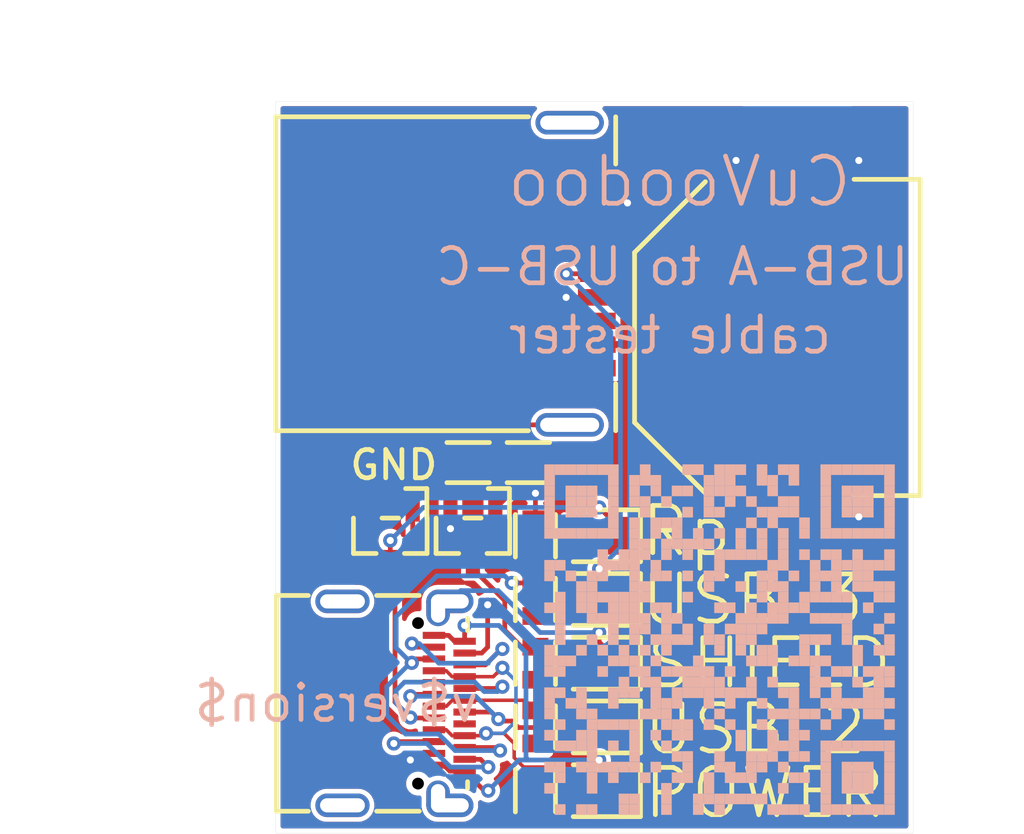
<source format=kicad_pcb>
(kicad_pcb (version 20211014) (generator pcbnew)

  (general
    (thickness 1.6)
  )

  (paper "A4")
  (title_block
    (title "USB-A to USB-C cable tester")
    (date "$date$")
    (rev "$version$.$revision$")
    (company "CuVoodoo")
    (comment 1 "King Kévin")
    (comment 2 "CERN-OHL-S")
  )

  (layers
    (0 "F.Cu" signal)
    (31 "B.Cu" signal)
    (33 "F.Adhes" user "F.Adhesive")
    (34 "B.Paste" user)
    (35 "F.Paste" user)
    (36 "B.SilkS" user "B.Silkscreen")
    (37 "F.SilkS" user "F.Silkscreen")
    (38 "B.Mask" user)
    (39 "F.Mask" user)
    (40 "Dwgs.User" user "User.Drawings")
    (44 "Edge.Cuts" user)
    (45 "Margin" user)
    (46 "B.CrtYd" user "B.Courtyard")
    (47 "F.CrtYd" user "F.Courtyard")
    (48 "B.Fab" user)
    (49 "F.Fab" user)
  )

  (setup
    (stackup
      (layer "F.SilkS" (type "Top Silk Screen"))
      (layer "F.Paste" (type "Top Solder Paste"))
      (layer "F.Mask" (type "Top Solder Mask") (thickness 0.01))
      (layer "F.Cu" (type "copper") (thickness 0.035))
      (layer "dielectric 1" (type "core") (thickness 1.51) (material "FR4") (epsilon_r 4.5) (loss_tangent 0.02))
      (layer "B.Cu" (type "copper") (thickness 0.035))
      (layer "B.Mask" (type "Bottom Solder Mask") (thickness 0.01))
      (layer "B.Paste" (type "Bottom Solder Paste"))
      (layer "B.SilkS" (type "Bottom Silk Screen"))
      (copper_finish "None")
      (dielectric_constraints no)
    )
    (pad_to_mask_clearance 0)
    (pcbplotparams
      (layerselection 0x00010fc_ffffffff)
      (disableapertmacros false)
      (usegerberextensions false)
      (usegerberattributes true)
      (usegerberadvancedattributes true)
      (creategerberjobfile true)
      (svguseinch false)
      (svgprecision 6)
      (excludeedgelayer true)
      (plotframeref false)
      (viasonmask false)
      (mode 1)
      (useauxorigin false)
      (hpglpennumber 1)
      (hpglpenspeed 20)
      (hpglpendiameter 15.000000)
      (dxfpolygonmode true)
      (dxfimperialunits true)
      (dxfusepcbnewfont true)
      (psnegative false)
      (psa4output false)
      (plotreference true)
      (plotvalue true)
      (plotinvisibletext false)
      (sketchpadsonfab false)
      (subtractmaskfromsilk false)
      (outputformat 1)
      (mirror false)
      (drillshape 1)
      (scaleselection 1)
      (outputdirectory "")
    )
  )

  (net 0 "")
  (net 1 "VCC")
  (net 2 "GND")
  (net 3 "/PWR-")
  (net 4 "Net-(D1-Pad2)")
  (net 5 "/USB2-")
  (net 6 "Net-(D2-Pad2)")
  (net 7 "/USB3-")
  (net 8 "Net-(D3-Pad2)")
  (net 9 "Net-(D4-Pad1)")
  (net 10 "Net-(D4-Pad2)")
  (net 11 "Net-(D5-Pad2)")
  (net 12 "Net-(J1-Pad8)")
  (net 13 "Net-(J1-Pad5)")
  (net 14 "/SH-A")
  (net 15 "Net-(J2-PadA3)")
  (net 16 "/PWR+")
  (net 17 "/Rp")
  (net 18 "/USB2+")
  (net 19 "unconnected-(J2-PadA8)")
  (net 20 "/USB3+")
  (net 21 "Net-(J2-PadA11)")
  (net 22 "unconnected-(J2-PadB8)")
  (net 23 "/SH-C")
  (net 24 "Net-(Q7-Pad3)")
  (net 25 "unconnected-(J1-Pad10)")
  (net 26 "unconnected-(J2-PadS2)")
  (net 27 "unconnected-(J2-PadS4)")
  (net 28 "unconnected-(J2-PadS3)")

  (footprint "qeda:UC1608X55N" (layer "F.Cu") (at 61.3 66.4))

  (footprint "qeda:LEDC2012X80N" (layer "F.Cu") (at 64 61 -90))

  (footprint "kikit:Tab" (layer "F.Cu") (at 77.55 49.9 180))

  (footprint "qeda:CONNECTOR_XKB_U262-24XN-4BV64" (layer "F.Cu") (at 54.375 65.4 -90))

  (footprint "qeda:UC1608X55N" (layer "F.Cu") (at 58.45 55.2 -90))

  (footprint "kikit:Tab" (layer "F.Cu") (at 50 47.2))

  (footprint "qeda:LEDC2012X80N" (layer "F.Cu") (at 64 63.7 -90))

  (footprint "qeda:CONNECTOR_MY-1220-03" (layer "F.Cu") (at 71.5 49.9 -90))

  (footprint "qeda:UC1608X55N" (layer "F.Cu") (at 61.3 69.1))

  (footprint "qeda:CONNECTOR_U231-09XN-4BLRA00" (layer "F.Cu") (at 57.5 47.2 -90))

  (footprint "qeda:LEDC2012X80N" (layer "F.Cu") (at 64 69.1 -90))

  (footprint "qeda:UC1608X55N" (layer "F.Cu") (at 61.3 63.7))

  (footprint "custom:pad_A" (layer "F.Cu") (at 52 57.2))

  (footprint "qeda:UC1608X55N" (layer "F.Cu") (at 61 55.2 90))

  (footprint "qeda:SOT95P237X112-3N" (layer "F.Cu") (at 58.65 58.3 -90))

  (footprint "qeda:SOT95P237X112-3N" (layer "F.Cu") (at 55.15 58.3 -90))

  (footprint "qeda:LEDC2012X80N" (layer "F.Cu") (at 64 58.3 -90))

  (footprint "qeda:LEDC2012X80N" (layer "F.Cu") (at 64 66.4 -90))

  (footprint "qeda:UC1608X55N" (layer "F.Cu") (at 61.3 58.3))

  (footprint "qeda:UC1608X55N" (layer "F.Cu") (at 61.3 61))

  (footprint "custom:QR" (layer "B.Cu") (at 69.1 62.7 180))

  (gr_rect (start 50.3 39.9) (end 77.3 70.9) (layer "Edge.Cuts") (width 0.01) (fill none) (tstamp e110771b-8aba-42bd-84d6-617f9ea39dc4))
  (gr_text "cable tester" (at 67 49.8) (layer "B.SilkS") (tstamp 179cd2f8-9733-4954-85ff-39ca965aeee1)
    (effects (font (size 1.5 1.5) (thickness 0.2)) (justify mirror))
  )
  (gr_text "USB-A to USB-C" (at 67.1 46.9) (layer "B.SilkS") (tstamp 4d7a8855-27cb-41ec-a779-1e63df03c905)
    (effects (font (size 1.5 1.5) (thickness 0.2)) (justify mirror))
  )
  (gr_text "v$version$" (at 59 65.4) (layer "B.SilkS") (tstamp 792c4c1d-f5d1-4910-9abd-84049f176ad3)
    (effects (font (size 1.5 1.5) (thickness 0.2)) (justify left mirror))
  )
  (gr_text "CuVoodoo" (at 67.4 43.3) (layer "B.SilkS") (tstamp 8a3d6bd8-1b6d-4752-a0a8-fdb777df11ae)
    (effects (font (size 2 2) (thickness 0.2)) (justify mirror))
  )
  (gr_text "POWER" (at 71 69.2) (layer "F.SilkS") (tstamp 28d0cc7d-8de8-4b53-95ef-6dfe09ee3a59)
    (effects (font (size 2 2) (thickness 0.2)))
  )
  (gr_text "GND" (at 55.3 55.3) (layer "F.SilkS") (tstamp 34852892-c925-4f4c-a185-7e95d257c202)
    (effects (font (size 1.2 1.2) (thickness 0.2)))
  )
  (gr_text "USB 2" (at 70.6 66.5) (layer "F.SilkS") (tstamp 3859f4e5-f8f6-455c-8d1a-163e06472d32)
    (effects (font (size 2 2) (thickness 0.2)))
  )
  (gr_text "USB 3" (at 70.5 61) (layer "F.SilkS") (tstamp 4c0f3b00-6ee3-44a9-9f3c-e2b80cccfc95)
    (effects (font (size 2 2) (thickness 0.2)))
  )
  (gr_text "Rp" (at 67.7 58.1) (layer "F.SilkS") (tstamp 99fc3018-400c-48b2-8606-a82ade13f88d)
    (effects (font (size 2 2) (thickness 0.2)))
  )
  (gr_text "SHIELD" (at 71.2 63.7) (layer "F.SilkS") (tstamp aa6aed97-74af-4bcd-9533-eb1f6168cfd8)
    (effects (font (size 2 2) (thickness 0.2)))
  )
  (dimension (type aligned) (layer "F.Fab") (tstamp 0987586c-4343-480a-ae15-bc1b4632f1d3)
    (pts (xy 50.3 39.9) (xy 50.3 70.9))
    (height 5.6)
    (gr_text "31.0000 mm" (at 43.55 55.4 90) (layer "F.Fab") (tstamp 0987586c-4343-480a-ae15-bc1b4632f1d3)
      (effects (font (size 1 1) (thickness 0.15)))
    )
    (format (units 3) (units_format 1) (precision 4))
    (style (thickness 0.1) (arrow_length 1.27) (text_position_mode 0) (extension_height 0.58642) (extension_offset 0.5) keep_text_aligned)
  )
  (dimension (type aligned) (layer "F.Fab") (tstamp d235e816-7f10-40ef-931c-0cccd106ef8e)
    (pts (xy 50.3 39.9) (xy 77.3 39.9))
    (height -2.3)
    (gr_text "27.0000 mm" (at 63.8 36.45) (layer "F.Fab") (tstamp d235e816-7f10-40ef-931c-0cccd106ef8e)
      (effects (font (size 1 1) (thickness 0.15)))
    )
    (format (units 3) (units_format 1) (precision 4))
    (style (thickness 0.1) (arrow_length 1.27) (text_position_mode 0) (extension_height 0.58642) (extension_offset 0.5) keep_text_aligned)
  )

  (segment (start 72.4 42.35) (end 69.85 42.35) (width 0.2) (layer "F.Cu") (net 1) (tstamp 0ec064ea-89a2-4805-b116-c83dc8e13768))
  (segment (start 57 67.52) (end 56.28 67.52) (width 0.2) (layer "F.Cu") (net 1) (tstamp 1b8b5758-c580-4557-87a1-b6222a8116e9))
  (segment (start 57.7 58) (end 57.7 57.15) (width 0.2) (layer "F.Cu") (net 1) (tstamp 3618117b-dab2-40a7-ba43-5eb5fb4ac084))
  (segment (start 63.9 48.2) (end 62.6 48.2) (width 0.2) (layer "F.Cu") (net 1) (tstamp 3b85de12-8f5e-4ee5-baa0-b3e061d387b0))
  (segment (start 74.95 57.45) (end 75 57.5) (width 0.2) (layer "F.Cu") (net 1) (tstamp 40f41ae5-c0fa-46c5-bb56-d03490ca3c74))
  (segment (start 56.28 67.52) (end 56 67.8) (width 0.2) (layer "F.Cu") (net 1) (tstamp 6355cadd-40a2-4caa-bf46-5786df19e887))
  (segment (start 59.024022 63.27) (end 58.3 63.27) (width 0.2) (layer "F.Cu") (net 1) (tstamp 69ec6134-374d-4104-8d1d-f52100048361))
  (segment (start 63.9 44.2) (end 65.2 44.2) (width 0.2) (layer "F.Cu") (net 1) (tstamp 8b0223ce-8578-461b-8300-b85dbef8cc65))
  (segment (start 61.7 55.2) (end 61.7 56.1005) (width 0.2) (layer "F.Cu") (net 1) (tstamp 90d5053f-4a4f-482f-82d0-dbc9242f9414))
  (segment (start 74.95 42.35) (end 75 42.4) (width 0.2) (layer "F.Cu") (net 1) (tstamp 916ac31c-e257-4bf6-ab3c-881b663cb45e))
  (segment (start 61.3 57.6) (end 61.3 56.5005) (width 0.2) (layer "F.Cu") (net 1) (tstamp 9e0b6373-37a1-49ce-9330-a38e67a3ca82))
  (segment (start 59.276089 61.223911) (end 59.276089 63.017933) (width 0.2) (layer "F.Cu") (net 1) (tstamp 9e2debc8-f8b5-45d8-b683-92d0cd68a8b9))
  (segment (start 61.7 56.1005) (end 61.3 56.5005) (width 0.2) (layer "F.Cu") (net 1) (tstamp a41385bb-0811-4d82-ba34-f938f0a7549e))
  (segment (start 59.276089 63.017933) (end 59.024022 63.27) (width 0.2) (layer "F.Cu") (net 1) (tstamp b19d611f-10c6-4b82-a5fb-8b2a03084b94))
  (segment (start 72.4 57.45) (end 74.95 57.45) (width 0.2) (layer "F.Cu") (net 1) (tstamp b851d31a-dd8e-4bc1-832f-5ff796344720))
  (segment (start 69.85 42.35) (end 69.8 42.4) (width 0.2) (layer "F.Cu") (net 1) (tstamp c7981b7d-a715-4d2c-895b-cb2badb347b7))
  (segment (start 72.4 42.35) (end 74.95 42.35) (width 0.2) (layer "F.Cu") (net 1) (tstamp f5dcbef9-d186-485b-bd4f-c91f0d0e3850))
  (via (at 65.2 44.2) (size 0.6) (drill 0.3) (layers "F.Cu" "B.Cu") (net 1) (tstamp 4fa1f0af-4b89-4023-9992-28f7a0a9c009))
  (via (at 59.276089 61.223911) (size 0.6) (drill 0.3) (layers "F.Cu" "B.Cu") (net 1) (tstamp 522fea9f-551e-4434-8631-a4891a80df0c))
  (via (at 69.8 42.4) (size 0.6) (drill 0.3) (layers "F.Cu" "B.Cu") (free) (net 1) (tstamp 527aad75-89e0-49ea-9c73-e418cf7b772d))
  (via (at 75 57.5) (size 0.6) (drill 0.3) (layers "F.Cu" "B.Cu") (free) (net 1) (tstamp 5a6c3353-bd2a-461c-bfd6-749bbcb38c9f))
  (via (at 56 67.8) (size 0.6) (drill 0.3) (layers "F.Cu" "B.Cu") (net 1) (tstamp 64aed69c-80f4-4314-a1a8-c168a4b46aac))
  (via (at 57.7 58) (size 0.6) (drill 0.3) (layers "F.Cu" "B.Cu") (net 1) (tstamp cde70262-8de2-40e1-8ac2-f0f87b0935b8))
  (via (at 62.6 48.2) (size 0.6) (drill 0.3) (layers "F.Cu" "B.Cu") (net 1) (tstamp cf64a83f-fc0f-41f5-a09f-a473f2fcaeb8))
  (via (at 61.3 56.5005) (size 0.6) (drill 0.3) (layers "F.Cu" "B.Cu") (net 1) (tstamp d2cb9189-cf73-4ae4-849f-331b6c5d53fe))
  (via (at 75 42.4) (size 0.6) (drill 0.3) (layers "F.Cu" "B.Cu") (free) (net 1) (tstamp dece80db-b223-47d7-a844-ee468c4ea71a))
  (segment (start 57.87 62.77) (end 58.3 62.77) (width 0.2) (layer "F.Cu") (net 3) (tstamp 28290c71-68de-4c28-8728-ad8c7232ab45))
  (segment (start 64.9 68.7) (end 64 67.8) (width 0.2) (layer "F.Cu") (net 3) (tstamp 30d00695-2761-4e24-8335-8327aaa75002))
  (segment (start 57.62 62.52) (end 57.87 62.77) (width 0.2) (layer "F.Cu") (net 3) (tstamp 33226df9-6400-49bc-887f-48f8f75bdba5))
  (segment (start 58.3 62.77) (end 58.3 62.1) (width 0.2) (layer "F.Cu") (net 3) (tstamp 3f0c5b8a-8754-48a3-907b-6d807b9c72b0))
  (segment (start 57 62.52) (end 57.62 62.52) (width 0.2) (layer "F.Cu") (net 3) (tstamp 64c92ce1-6f9d-46f2-b7a7-1128a377480f))
  (segment (start 64.9 69.1) (end 64.9 68.7) (width 0.2) (layer "F.Cu") (net 3) (tstamp 6c9b78b1-2421-4c64-a4af-ad160cdaab73))
  (segment (start 57.42 68.02) (end 57.67 68.27) (width 0.2) (layer "F.Cu") (net 3) (tstamp 72fcd135-1384-4732-8938-e7add491d0ec))
  (segment (start 59.13 69.1) (end 58.3 68.27) (width 0.2) (layer "F.Cu") (net 3) (tstamp 9e4290f1-51d5-4f7d-81b6-76bba4400bdb))
  (segment (start 59.3 69.1) (end 59.13 69.1) (width 0.2) (layer "F.Cu") (net 3) (tstamp a8abf6e0-f867-45c8-b60c-2e28824cb312))
  (segment (start 57.67 68.27) (end 58.3 68.27) (width 0.2) (layer "F.Cu") (net 3) (tstamp edd723ed-ada5-4c33-b836-6a765deb5ab8))
  (segment (start 57 68.02) (end 57.42 68.02) (width 0.2) (layer "F.Cu") (net 3) (tstamp f595d2d8-fada-4670-85d5-7eadd6975f3a))
  (via (at 58.3 62.1) (size 0.6) (drill 0.3) (layers "F.Cu" "B.Cu") (net 3) (tstamp 61228115-c3c1-4c09-9057-e8b0ee5d5179))
  (via (at 59.3 69.1) (size 0.6) (drill 0.3) (layers "F.Cu" "B.Cu") (net 3) (tstamp 8b661746-cf2c-4a6f-956a-30db112cbceb))
  (via (at 64 67.8) (size 0.6) (drill 0.3) (layers "F.Cu" "B.Cu") (net 3) (tstamp e57c7d3f-2011-4453-ba51-7180f65ec00b))
  (segment (start 64 67.8) (end 61 67.8) (width 0.2) (layer "B.Cu") (net 3) (tstamp 03560363-6a61-4260-ad7c-0a7b18fd9387))
  (segment (start 60.9 63.247986) (end 60.9 67.7) (width 0.2) (layer "B.Cu") (net 3) (tstamp 1dc02f56-c601-4978-ad6f-99ab3cb9600d))
  (segment (start 61 67.8) (end 60.6 67.8) (width 0.2) (layer "B.Cu") (net 3) (tstamp 262efff9-07f6-4127-8dae-3449e11ab2e2))
  (segment (start 59.752014 62.1) (end 60.9 63.247986) (width 0.2) (layer "B.Cu") (net 3) (tstamp 706d331e-9990-47fa-bd71-ffef050819a7))
  (segment (start 60.9 67.7) (end 61 67.8) (width 0.2) (layer "B.Cu") (net 3) (tstamp 8870284b-bbeb-44c8-a36c-49d893d9d8fa))
  (segment (start 60.6 67.8) (end 59.3 69.1) (width 0.2) (layer "B.Cu") (net 3) (tstamp 88a0a88a-c116-4b88-8174-b1fddfa375b8))
  (segment (start 58.3 62.1) (end 59.752014 62.1) (width 0.2) (layer "B.Cu") (net 3) (tstamp 8ec74bc7-7979-4d25-bb25-1002dd3211ed))
  (segment (start 62.4 69.8) (end 63.1 69.1) (width 0.2) (layer "F.Cu") (net 4) (tstamp 06509903-9442-42f4-87a3-aa6effd51270))
  (segment (start 61.3 69.8) (end 62.4 69.8) (width 0.2) (layer "F.Cu") (net 4) (tstamp 92e5436c-8cd0-4fdc-8734-73ea33ab81b2))
  (segment (start 59.434312 65.77) (end 58.3 65.77) (width 0.2) (layer "F.Cu") (net 5) (tstamp 0fc718bd-20bf-4e09-8059-b80b256078a1))
  (segment (start 56.08 65.02) (end 56 65.1) (width 0.2) (layer "F.Cu") (net 5) (tstamp 144cb0a8-c226-41b7-b231-5a667076bcd5))
  (segment (start 62.4 65.3) (end 63.949022 65.3) (width 0.2) (layer "F.Cu") (net 5) (tstamp 39e8fab7-e3b2-483d-bee8-a812d8a861cd))
  (segment (start 62.250489 66.273533) (end 62.250489 65.449511) (width 0.2) (layer "F.Cu") (net 5) (tstamp 5b4c0919-1e6b-4e97-9192-b1bf7a7caee7))
  (segment (start 59.729808 66.065496) (end 59.81529 66.150978) (width 0.2) (layer "F.Cu") (net 5) (tstamp 6244e5a5-1887-44c1-921a-22c225f4ed75))
  (segment (start 62.098533 66.425489) (end 62.250489 66.273533) (width 0.2) (layer "F.Cu") (net 5) (tstamp 67cffd96-66e1-4f8d-a493-5f1f80ab8495))
  (segment (start 64.9 66.250978) (end 64.9 66.4) (width 0.2) (layer "F.Cu") (net 5) (tstamp 812711a1-1db5-45f9-8402-3f59cef0a66e))
  (segment (start 57 65.02) (end 56.08 65.02) (width 0.2) (layer "F.Cu") (net 5) (tstamp 81492a5c-d7b0-4e18-9355-4604ecdbffbc))
  (segment (start 59.81529 66.150978) (end 60.3 66.150978) (width 0.2) (layer "F.Cu") (net 5) (tstamp b09ed1ab-bd78-457e-b690-5a269a22f9e2))
  (segment (start 62.250489 65.449511) (end 62.4 65.3) (width 0.2) (layer "F.Cu") (net 5) (tstamp b99c66e4-fe49-46ab-8449-b9ad6b94dbfc))
  (segment (start 60.3 66.150978) (end 60.574511 66.425489) (width 0.2) (layer "F.Cu") (net 5) (tstamp e95a020f-b884-4c3e-9086-4b4235ac5ec8))
  (segment (start 63.949022 65.3) (end 64.9 66.250978) (width 0.2) (layer "F.Cu") (net 5) (tstamp edc3baf0-16d6-4606-a34e-1ccbcaa52ab8))
  (segment (start 60.574511 66.425489) (end 62.098533 66.425489) (width 0.2) (layer "F.Cu") (net 5) (tstamp f141967a-c0ab-4b1e-ad40-f448b7f7d947))
  (segment (start 59.729808 66.065496) (end 59.434312 65.77) (width 0.2) (layer "F.Cu") (net 5) (tstamp fee3ca4b-a214-46b3-9cb4-84f213190977))
  (via (at 59.729808 66.065496) (size 0.6) (drill 0.3) (layers "F.Cu" "B.Cu") (net 5) (tstamp d16c3a18-cdc1-4179-9758-b39f74001ef6))
  (via (at 56 65.1) (size 0.6) (drill 0.3) (layers "F.Cu" "B.Cu") (net 5) (tstamp dead273e-4cd2-49fd-9279-ca8452283aec))
  (segment (start 59.729808 66.065496) (end 58.764312 65.1) (width 0.2) (layer "B.Cu") (net 5) (tstamp 6d43aa55-7c83-46a6-a197-3d6b71417ad4))
  (segment (start 58.764312 65.1) (end 56 65.1) (width 0.2) (layer "B.Cu") (net 5) (tstamp 82f2ee27-d41f-4f1d-b6c2-4795bb7b85de))
  (segment (start 62.4 67.1) (end 63.1 66.4) (width 0.2) (layer "F.Cu") (net 6) (tstamp c360a504-90a0-4d4b-be27-6c560537bcf3))
  (segment (start 61.3 67.1) (end 62.4 67.1) (width 0.2) (layer "F.Cu") (net 6) (tstamp e1eee509-ea3d-4376-92ce-6543c57e18f5))
  (segment (start 63.9 47.2) (end 62.6 47.2) (width 0.2) (layer "F.Cu") (net 7) (tstamp 082efa80-21ad-47b6-93ac-219b6d5d19ec))
  (segment (start 64 60.1) (end 64.9 61) (width 0.2) (layer "F.Cu") (net 7) (tstamp 0982c320-41d0-4282-82c8-c03c9c5254d1))
  (segment (start 64 59.7) (end 64 60.1) (width 0.2) (layer "F.Cu") (net 7) (tstamp 7ec8cb36-5a02-42fc-82ee-8cb2604766dd))
  (via (at 64 59.7) (size 0.6) (drill 0.3) (layers "F.Cu" "B.Cu") (net 7) (tstamp 63ceaa7b-3446-4530-808d-5bd8a9a9b270))
  (via (at 62.6 47.2) (size 0.6) (drill 0.3) (layers "F.Cu" "B.Cu") (net 7) (tstamp fed793c4-5920-4faa-8924-fb809828384f))
  (segment (start 64.900489 58.799511) (end 64.900489 49.500489) (width 0.2) (layer "B.Cu") (net 7) (tstamp 0d169fdd-0647-4144-b48a-f330c5b6aead))
  (segment (start 64 59.7) (end 64.900489 58.799511) (width 0.2) (layer "B.Cu") (net 7) (tstamp 4d411035-f8e7-4ab1-bccf-bb9ceced5881))
  (segment (start 64.900489 49.500489) (end 62.6 47.2) (width 0.2) (layer "B.Cu") (net 7) (tstamp 812beb1f-4872-4838-806c-81ab5e558f5f))
  (segment (start 62.4 61.7) (end 63.1 61) (width 0.2) (layer "F.Cu") (net 8) (tstamp 2d65021b-1d2c-4c04-b724-b366f1e833cf))
  (segment (start 61.3 61.7) (end 62.4 61.7) (width 0.2) (layer "F.Cu") (net 8) (tstamp 33696b01-17e0-42f4-97e2-ea740f87064e))
  (segment (start 55.15 58.5) (end 55.15 59.45) (width 0.2) (layer "F.Cu") (net 9) (tstamp 3c14ee8f-9a4f-46ea-afdb-aa9a9b7bf048))
  (segment (start 64.9 58) (end 64 57.1) (width 0.2) (layer "F.Cu") (net 9) (tstamp 7c7ab7b4-5070-4ed7-9886-e339d46c25fb))
  (segment (start 64.9 58.3) (end 64.9 58) (width 0.2) (layer "F.Cu") (net 9) (tstamp c19515e2-da46-48cf-938f-85c3f081425e))
  (via (at 64 57.1) (size 0.6) (drill 0.3) (layers "F.Cu" "B.Cu") (net 9) (tstamp 3af5ac5c-4cd6-4c08-91d9-7786621392e8))
  (via (at 55.15 58.5) (size 0.6) (drill 0.3) (layers "F.Cu" "B.Cu") (net 9) (tstamp ae2c0a70-2378-43ca-8685-04fb9d234ad8))
  (segment (start 64 57.1) (end 56.55 57.1) (width 0.2) (layer "B.Cu") (net 9) (tstamp 372d452d-f849-4cc6-ae6a-a7516e652ab4))
  (segment (start 56.55 57.1) (end 55.15 58.5) (width 0.2) (layer "B.Cu") (net 9) (tstamp a4173900-d5a2-4f4f-b879-f765c8e0a10c))
  (segment (start 61.3 59) (end 62.4 59) (width 0.2) (layer "F.Cu") (net 10) (tstamp 600bf926-757a-4ba3-85e6-922f96976d2a))
  (segment (start 62.4 59) (end 63.1 58.3) (width 0.2) (layer "F.Cu") (net 10) (tstamp d6297aad-2160-46a6-b90b-5d247f2de6a1))
  (segment (start 62.4 64.4) (end 63.1 63.7) (width 0.2) (layer "F.Cu") (net 11) (tstamp 8c73cd64-a10b-4858-8882-a99d1f846635))
  (segment (start 61.3 64.4) (end 62.4 64.4) (width 0.2) (layer "F.Cu") (net 11) (tstamp d00bd804-a559-4e7f-b2f8-adbbae07fff7))
  (segment (start 62.4 44.8) (end 62.8 45.2) (width 0.2) (layer "F.Cu") (net 12) (tstamp 45cfbb0f-1c5b-43ff-8533-b7e190cf389b))
  (segment (start 63.9 43.2) (end 62.8 43.2) (width 0.2) (layer "F.Cu") (net 12) (tstamp 4935fee8-0ddb-46bc-b996-bcf8323e668a))
  (segment (start 62.4 43.6) (end 62.4 44.8) (width 0.2) (layer "F.Cu") (net 12) (tstamp a962cbfa-7c3c-443d-a1fd-57c1f365e664))
  (segment (start 62.8 45.2) (end 63.9 45.2) (width 0.2) (layer "F.Cu") (net 12) (tstamp add3771a-39c6-4bbe-9d69-4a67a27dbc26))
  (segment (start 62.8 43.2) (end 62.4 43.6) (width 0.2) (layer "F.Cu") (net 12) (tstamp c1f4cebc-f59d-49cc-b8d8-cee160f95adb))
  (segment (start 63.9 49.2) (end 62.9 49.2) (width 0.2) (layer "F.Cu") (net 13) (tstamp 757b6d0a-4def-4e83-be0c-da2a4643d0a7))
  (segment (start 62.9 49.2) (end 62.4 49.7) (width 0.2) (layer "F.Cu") (net 13) (tstamp 8053613e-4da5-4674-956b-0172ac5f84a0))
  (segment (start 62.4 49.7) (end 62.4 50.7) (width 0.2) (layer "F.Cu") (net 13) (tstamp 88040059-67a4-499c-9026-190d2a993001))
  (segment (start 62.9 51.2) (end 63.9 51.2) (width 0.2) (layer "F.Cu") (net 13) (tstamp 89289089-3246-439a-a0bd-35dcbad4cb49))
  (segment (start 62.4 50.7) (end 62.9 51.2) (width 0.2) (layer "F.Cu") (net 13) (tstamp c6f8c1ef-a233-4fca-ad84-621eb972d8b5))
  (segment (start 62.75 53.6) (end 60.7 53.6) (width 0.2) (layer "F.Cu") (net 14) (tstamp 2435d61f-5f98-4ecd-8c80-9a25b4d12d87))
  (segment (start 60.3 54) (end 60.3 55.2) (width 0.2) (layer "F.Cu") (net 14) (tstamp 33a7aa15-c8cd-4c5b-a5b6-a4d676d708b5))
  (segment (start 60.3 55.2) (end 60.3 56.45) (width 0.2) (layer "F.Cu") (net 14) (tstamp 5a80a8fa-5909-4d26-a1be-bce0921aa9d0))
  (segment (start 60.7 53.6) (end 60.3 54) (width 0.2) (layer "F.Cu") (net 14) (tstamp 80e27d24-6016-42e8-a2d1-a5f29b6a81b6))
  (segment (start 60.3 56.45) (end 59.6 57.15) (width 0.2) (layer "F.Cu") (net 14) (tstamp bce6a095-1537-40ac-9fcb-a3b2f1494d31))
  (segment (start 58.3 63.77) (end 59.178085 63.77) (width 0.2) (layer "F.Cu") (net 15) (tstamp 1999fdda-b3cd-4b34-b78b-6b631e42f685))
  (segment (start 57 63.02) (end 56.216416 63.02) (width 0.2) (layer "F.Cu") (net 15) (tstamp 33ce2d79-cd34-4a55-8db9-806c37f11890))
  (segment (start 59.851589 63.096496) (end 59.900672 63.096496) (width 0.2) (layer "F.Cu") (net 15) (tstamp 6ffb6b44-1b6f-46b2-adf7-9dc8e95491f3))
  (segment (start 59.178085 63.77) (end 59.851589 63.096496) (width 0.2) (layer "F.Cu") (net 15) (tstamp 92d9609c-1018-4020-8408-b22e1b86c5ae))
  (segment (start 56.216416 63.02) (end 56.06596 62.869544) (width 0.2) (layer "F.Cu") (net 15) (tstamp 9e9355c0-df62-4a39-905b-9406ed732fc6))
  (via (at 56.06596 62.869544) (size 0.6) (drill 0.3) (layers "F.Cu" "B.Cu") (net 15) (tstamp 581f32bb-9ddc-4471-b080-76e130484983))
  (via (at 59.900672 63.096496) (size 0.6) (drill 0.3) (layers "F.Cu" "B.Cu") (net 15) (tstamp b758e163-5102-46e6-a850-b3b6ff0de536))
  (segment (start 59.3 63.648085) (end 59.3 63.7) (width 0.2) (layer "B.Cu") (net 15) (tstamp 279f8941-5e19-463c-8d8f-d5fc08dd1b0e))
  (segment (start 59.3 63.7) (end 57.211699 63.7) (width 0.2) (layer "B.Cu") (net 15) (tstamp 62edeeab-d68e-4848-b8b6-0a6e84f8c1a9))
  (segment (start 59.851589 63.096496) (end 59.3 63.648085) (width 0.2) (layer "B.Cu") (net 15) (tstamp 800742b1-ea68-430f-b38d-b650b44f9057))
  (segment (start 56.381243 62.869544) (end 56.06596 62.869544) (width 0.2) (layer "B.Cu") (net 15) (tstamp afc06b9b-0555-49ad-a75f-16ecde840603))
  (segment (start 59.900672 63.096496) (end 59.851589 63.096496) (width 0.2) (layer "B.Cu") (net 15) (tstamp c46343eb-af26-43f7-8b9b-17255129c1f2))
  (segment (start 57.211699 63.7) (end 56.381243 62.869544) (width 0.2) (layer "B.Cu") (net 15) (tstamp d835af60-ec0d-472e-b764-5789ed185a0a))
  (segment (start 57 64.02) (end 57.52 64.02) (width 0.15) (layer "F.Cu") (net 16) (tstamp 17b2821c-9b29-4198-aa70-180564528a28))
  (segment (start 59.207146 66.6705) (end 59.9705 66.6705) (width 0.15) (layer "F.Cu") (net 16) (tstamp 21860735-99ca-40fa-86d0-8a4e0e9d557b))
  (segment (start 59.899925 63.895998) (end 59.674934 64.120989) (width 0.15) (layer "F.Cu") (net 16) (tstamp 41cbf25a-2f94-4725-be3d-3c9fdf2a3017))
  (segment (start 59.107646 66.77) (end 59.207146 66.6705) (width 0.15) (layer "F.Cu") (net 16) (tstamp 4e6709cf-762d-427c-8534-22e2be7cb912))
  (segment (start 59.662529 64.120989) (end 59.513518 64.27) (width 0.15) (layer "F.Cu") (net 16) (tstamp 5b78b96f-bbfb-4d01-8f96-fddb62cc7b2b))
  (segment (start 58.3 66.77) (end 59.107646 66.77) (width 0.15) (layer "F.Cu") (net 16) (tstamp 6100481f-aff1-46d4-982f-3ff26d92b3f2))
  (segment (start 57 66.52) (end 57.52 66.52) (width 0.15) (layer "F.Cu") (net 16) (tstamp 6e65f4f8-9e8d-4724-8425-ecc50db044f1))
  (segment (start 59.513518 64.27) (end 58.3 64.27) (width 0.15) (layer "F.Cu") (net 16) (tstamp 74c59a5f-a887-47b2-8ba1-82797869c834))
  (segment (start 57.52 66.52) (end 57.77 66.77) (width 0.15) (layer "F.Cu") (net 16) (tstamp 80d0a409-42e8-426e-ba03-1b5244f06655))
  (segment (start 59.9705 66.6705) (end 60.4 67.1) (width 0.15) (layer "F.Cu") (net 16) (tstamp 87dd1b5b-8aad-4cd8-b03b-8219682c3779))
  (segment (start 57.52 64.02) (end 57.77 64.27) (width 0.15) (layer "F.Cu") (net 16) (tstamp 9013eee6-b64d-40fa-a83e-b27ec895221b))
  (segment (start 57.77 66.77) (end 58.3 66.77) (width 0.15) (layer "F.Cu") (net 16) (tstamp a0e57082-d29f-41ba-926e-5eb600adeb09))
  (segment (start 59.674934 64.120989) (end 59.662529 64.120989) (width 0.15) (layer "F.Cu") (net 16) (tstamp a59e34c0-205f-455d-b8c8-36e95924bcd8))
  (segment (start 61.1 68.4) (end 61.3 68.4) (width 0.15) (layer "F.Cu") (net 16) (tstamp ae0786e2-53b5-4f7f-9dc9-4f01b1eeb4d6))
  (segment (start 60.4 67.1) (end 60.4 67.7) (width 0.15) (layer "F.Cu") (net 16) (tstamp dc5f25db-aeee-4fae-b2d8-9ec545e2c84a))
  (segment (start 57.77 64.27) (end 58.3 64.27) (width 0.15) (layer "F.Cu") (net 16) (tstamp df20a2e8-6a68-4b24-a4aa-5430bf05df97))
  (segment (start 60.4 67.7) (end 61.1 68.4) (width 0.15) (layer "F.Cu") (net 16) (tstamp ecbe0046-f121-4584-94a9-cd17e6aec82e))
  (via (at 59.899925 63.895998) (size 0.6) (drill 0.3) (layers "F.Cu" "B.Cu") (net 16) (tstamp 7354a64d-c91d-4ac9-a819-952426dc9142))
  (via (at 59.207146 66.6705) (size 0.6) (drill 0.3) (layers "F.Cu" "B.Cu") (net 16) (tstamp cdea7b84-076c-4f56-aca0-5b8e84ab5297))
  (segment (start 59.954989 66.6705) (end 59.207146 66.6705) (width 0.15) (layer "B.Cu") (net 16) (tstamp 3f6b30f6-23b7-4d6e-8fbe-e3aa3c98e00a))
  (segment (start 60.017482 64) (end 60.475011 64.457529) (width 0.15) (layer "B.Cu") (net 16) (tstamp 65a3d422-7ee4-471e-96a4-5092c4d7a106))
  (segment (start 59.899925 63.895998) (end 60.003927 64) (width 0.15) (layer "B.Cu") (net 16) (tstamp b3665817-9b68-4f72-b6fd-11f6e1069296))
  (segment (start 60.475011 66.150478) (end 59.954989 66.6705) (width 0.15) (layer "B.Cu") (net 16) (tstamp b7715cd4-4546-4d5a-9eae-0c91f4af9278))
  (segment (start 60.003927 64) (end 60.017482 64) (width 0.15) (layer "B.Cu") (net 16) (tstamp ba1db7a5-b5f8-4c49-9498-fe7854c54e67))
  (segment (start 60.475011 64.457529) (end 60.475011 66.150478) (width 0.15) (layer "B.Cu") (net 16) (tstamp ee950e96-3105-47a9-b219-97d2819305c6))
  (segment (start 56 66) (end 55.35 65.35) (width 0.2) (layer "F.Cu") (net 17) (tstamp 0e58d3fd-afbe-4bfd-ac0f-2f0592aa6161))
  (segment (start 57.75 55.2) (end 56.45 55.2) (width 0.2) (layer "F.Cu") (net 17) (tstamp 1957147b-edd7-4152-b94c-848e7e4ff05d))
  (segment (start 56.02 66.02) (end 56 66) (width 0.2) (layer "F.Cu") (net 17) (tstamp 403015a3-4731-4cbb-83e6-fecf924c41fe))
  (segment (start 56.1 59.95) (end 56.1 57.15) (width 0.2) (layer "F.Cu") (net 17) (tstamp 42e95b2f-7850-4047-b36d-17bca81f8b84))
  (segment (start 59.826 64.77) (end 58.3 64.77) (width 0.2) (layer "F.Cu") (net 17) (tstamp 437cc4f3-1784-448c-ad2c-4e52c2e32efd))
  (segment (start 56.45 55.2) (end 56.1 55.55) (width 0.2) (layer "F.Cu") (net 17) (tstamp 43f202cf-c786-4e88-b869-6cc6e0331047))
  (segment (start 55.35 65.35) (end 55.35 60.7) (width 0.2) (layer "F.Cu") (net 17) (tstamp 50453182-53d9-48e8-b849-ba728d80c628))
  (segment (start 57 66.02) (end 56.02 66.02) (width 0.2) (layer "F.Cu") (net 17) (tstamp 7523f17d-577d-4f32-9757-c8c490a68615))
  (segment (start 55.35 60.7) (end 56.1 59.95) (width 0.2) (layer "F.Cu") (net 17) (tstamp aa815c9e-d6c3-4196-a997-7f0eb44bbf60))
  (segment (start 59.9005 64.6955) (end 59.826 64.77) (width 0.2) (layer "F.Cu") (net 17) (tstamp b7277299-f263-4b1b-8872-bad30caded7f))
  (segment (start 56.1 55.55) (end 56.1 57.15) (width 0.2) (layer "F.Cu") (net 17) (tstamp d994a382-eebf-434b-a24d-5c20fcc073e6))
  (via (at 59.9005 64.6955) (size 0.6) (drill 0.3) (layers "F.Cu" "B.Cu") (net 17) (tstamp 1058638b-0448-4b13-b8cd-6e6cb2991d52))
  (via (at 56 66) (size 0.6) (drill 0.3) (layers "F.Cu" "B.Cu") (net 17) (tstamp 5e70abfd-eaf8-448b-b8f0-9829f1f629c8))
  (segment (start 58.729807 64.500489) (end 55.751673 64.500489) (width 0.2) (layer "B.Cu") (net 17) (tstamp 33c36b57-c0bf-4461-9aaa-ce4e7747f214))
  (segment (start 59.696 64.9) (end 59.129318 64.9) (width 0.2) (layer "B.Cu") (net 17) (tstamp 6c98df7a-299e-4711-95fd-414992615bfb))
  (segment (start 55.400489 64.851673) (end 55.400489 65.400489) (width 0.2) (layer "B.Cu") (net 17) (tstamp 76bd36e9-2b15-433b-8623-8dc25ff5a400))
  (segment (start 59.9005 64.6955) (end 59.696 64.9) (width 0.2) (layer "B.Cu") (net 17) (tstamp 77535946-c973-4a96-95b8-11b8a2f8d983))
  (segment (start 59.129318 64.9) (end 58.729807 64.500489) (width 0.2) (layer "B.Cu") (net 17) (tstamp 96803f82-2a50-4ed3-ac99-6cfbad85dd8c))
  (segment (start 55.751673 64.500489) (end 55.400489 64.851673) (width 0.2) (layer "B.Cu") (net 17) (tstamp 9f0bc63f-1460-43a0-b805-0fa2112e7239))
  (segment (start 55.400489 65.400489) (end 56 66) (width 0.2) (layer "B.Cu") (net 17) (tstamp d7fd82c1-0548-469d-852b-f973ef1fedd6))
  (segment (start 58.3 65.27) (end 60.87 65.27) (width 0.15) (layer "F.Cu") (net 18) (tstamp 0c38640b-8b09-4f8b-b836-abe3013c930a))
  (segment (start 57.780489 65.27) (end 57.530489 65.52) (width 0.15) (layer "F.Cu") (net 18) (tstamp 9f875f3b-75d8-4ab5-ba15-ab57767145e5))
  (segment (start 57.530489 65.52) (end 57 65.52) (width 0.15) (layer "F.Cu") (net 18) (tstamp ae708ea0-f24a-4229-97fa-4a42c08438a3))
  (segment (start 60.87 65.27) (end 61.3 65.7) (width 0.15) (layer "F.Cu") (net 18) (tstamp c26527dd-e6bc-4e1c-9e48-befadafea0f0))
  (segment (start 58.3 65.27) (end 57.780489 65.27) (width 0.15) (layer "F.Cu") (net 18) (tstamp e0855b11-26db-4ead-90c1-ecd50a06b896))
  (segment (start 56.225715 63.52) (end 57 63.52) (width 0.2) (layer "F.Cu") (net 20) (tstamp 3acbcd2f-27c0-4709-979d-3b7336372b5d))
  (segment (start 59.67 67.27) (end 59.8 67.4) (width 0.2) (layer "F.Cu") (net 20) (tstamp 944ad369-e13b-4129-9657-05f054f31058))
  (segment (start 58.3 67.27) (end 59.67 67.27) (width 0.2) (layer "F.Cu") (net 20) (tstamp ce5a214e-e949-4e56-8f99-95557a3c80a2))
  (segment (start 56.061225 63.68449) (end 56.225715 63.52) (width 0.2) (layer "F.Cu") (net 20) (tstamp df4f1b29-697b-42ca-8eb1-ee4d1edfffb5))
  (segment (start 60.3 60.3) (end 61.3 60.3) (width 0.2) (layer "F.Cu") (net 20) (tstamp fddb5796-afc6-4507-a67a-652701b518de))
  (via (at 56.061225 63.68449) (size 0.6) (drill 0.3) (layers "F.Cu" "B.Cu") (net 20) (tstamp 5c5e998c-ab9c-45aa-9d11-93f4b917d5aa))
  (via (at 59.8 67.4) (size 0.6) (drill 0.3) (layers "F.Cu" "B.Cu") (net 20) (tstamp 6006943d-3a6b-47d6-aad6-b4b26f7ed1da))
  (via (at 60.3 60.3) (size 0.6) (drill 0.3) (layers "F.Cu" "B.Cu") (net 20) (tstamp cbcab39e-255e-4356-b4ad-568db02be456))
  (segment (start 55.80048 66.70048) (end 57.20048 66.70048) (width 0.2) (layer "B.Cu") (net 20) (tstamp 04c664a8-68e5-476a-89f5-7523558b0dac))
  (segment (start 55.00097 64.686186) (end 55.00097 65.90097) (width 0.2) (layer "B.Cu") (net 20) (tstamp 13866240-90b8-4f3a-b916-e41131788f4c))
  (segment (start 55.4 63.051422) (end 55.4 61.724308) (width 0.2) (layer "B.Cu") (net 20) (tstamp 1fa1b9a5-23af-4830-a50a-e74c8023bde1))
  (segment (start 55.4 61.724308) (end 57.124308 60) (width 0.2) (layer "B.Cu") (net 20) (tstamp 26098c39-2bae-419b-8cf1-7a6677cf507a))
  (segment (start 57.124308 60) (end 60 60) (width 0.2) (layer "B.Cu") (net 20) (tstamp 426fde91-1280-4d5d-9075-46502827b6c0))
  (segment (start 60 60) (end 60.3 60.3) (width 0.2) (layer "B.Cu") (net 20) (tstamp 51cf6a37-ecd8-4fb7-b019-43e2a1c3dc5e))
  (segment (start 56.061225 63.68449) (end 56.002666 63.68449) (width 0.2) (layer "B.Cu") (net 20) (tstamp 720190b3-9634-4e18-ab1e-7010e9155daf))
  (segment (start 57.9 67.4) (end 59.8 67.4) (width 0.2) (layer "B.Cu") (net 20) (tstamp 814e2a68-efef-43f5-9dbc-2174a0471912))
  (segment (start 56.033068 63.68449) (end 55.4 63.051422) (width 0.2) (layer "B.Cu") (net 20) (tstamp 8deff56e-f994-436f-aeb6-2b1e261a16e9))
  (segment (start 55.00097 65.90097) (end 55.80048 66.70048) (width 0.2) (layer "B.Cu") (net 20) (tstamp abe60521-ec8a-4eb7-bcfb-72ffd0c2e426))
  (segment (start 56.061225 63.68449) (end 56.033068 63.68449) (width 0.2) (layer "B.Cu") (net 20) (tstamp c17ed371-8862-49a8-a7d7-e671b77c9928))
  (segment (start 56.002666 63.68449) (end 55.00097 64.686186) (width 0.2) (layer "B.Cu") (net 20) (tstamp d7586676-0bba-4b4e-97f0-814e474c2e83))
  (segment (start 57.20048 66.70048) (end 57.9 67.4) (width 0.2) (layer "B.Cu") (net 20) (tstamp f1795a69-a6fa-4bb6-b64a-c8afbeec7bf6))
  (segment (start 58.97 67.77) (end 58.3 67.77) (width 0.2) (layer "F.Cu") (net 21) (tstamp 775920e1-4c27-4a46-b66a-3af97f817a69))
  (segment (start 59.3 68.1) (end 58.97 67.77) (width 0.2) (layer "F.Cu") (net 21) (tstamp 905925ae-53e8-4429-9d47-ac2bc3188113))
  (segment (start 55.3 67.1) (end 55.38 67.02) (width 0.2) (layer "F.Cu") (net 21) (tstamp 9b3eb714-d2ae-4526-927b-773770ce0b2b))
  (segment (start 55.38 67.02) (end 57 67.02) (width 0.2) (layer "F.Cu") (net 21) (tstamp bf8ba8a0-36d5-4e5d-ac0b-d5f75dc5f60d))
  (via (at 59.3 68.1) (size 0.6) (drill 0.3) (layers "F.Cu" "B.Cu") (net 21) (tstamp 2333aaf4-17d6-4e23-ad2e-82b13e48715f))
  (via (at 55.3 67.1) (size 0.6) (drill 0.3) (layers "F.Cu" "B.Cu") (net 21) (tstamp 66ab4398-1c3d-42ce-aa14-eefaae86af29))
  (segment (start 55.3 67.1) (end 56.7 67.1) (width 0.2) (layer "B.Cu") (net 21) (tstamp 0db5d3eb-0aa9-4d15-8285-ee974a6d29d1))
  (segment (start 56.7 67.1) (end 57.7 68.1) (width 0.2) (layer "B.Cu") (net 21) (tstamp 60cef33b-3572-45bd-a579-eb139a9c9c4e))
  (segment (start 57.7 68.1) (end 59.3 68.1) (width 0.2) (layer "B.Cu") (net 21) (tstamp aedd7e23-3f86-4a52-b801-94567ab2f8dc))
  (segment (start 64 62.4) (end 64 62.8) (width 0.2) (layer "F.Cu") (net 23) (tstamp 4652ec4f-ff8a-46de-be90-64316d88ae8b))
  (segment (start 64 62.8) (end 64.9 63.7) (width 0.2) (layer "F.Cu") (net 23) (tstamp 8f030a28-e814-4f86-97f5-b6867c9d6954))
  (via (at 64 62.4) (size 0.6) (drill 0.3) (layers "F.Cu" "B.Cu") (net 23) (tstamp c98be236-8792-4dce-b46b-7977c7d20059))
  (segment (start 59.7244 60.6244) (end 61.5 62.4) (width 0.2) (layer "B.Cu") (net 23) (tstamp 54717502-8c9c-4654-bc17-e5105d70bdbe))
  (segment (start 57.675 61.08) (end 58.1306 60.6244) (width 0.2) (layer "B.Cu") (net 23) (tstamp ab16fdc2-d25f-4858-9732-fb85b0f02e84))
  (segment (start 58.1306 60.6244) (end 59.7244 60.6244) (width 0.2) (layer "B.Cu") (net 23) (tstamp bffac24e-1225-4bd8-b80f-d69323019de7))
  (segment (start 61.5 62.4) (end 64 62.4) (width 0.2) (layer "B.Cu") (net 23) (tstamp e50fd9c4-0caf-4061-ade8-dc069a2699d0))
  (segment (start 58.65 59.45) (end 58.65 59.7) (width 0.2) (layer "F.Cu") (net 24) (tstamp 673ca9b2-f4ba-449f-81e1-4926b5cee031))
  (segment (start 60 61.05) (end 60 62.3) (width 0.2) (layer "F.Cu") (net 24) (tstamp a692a7a3-a855-4d61-a390-560f358b0904))
  (segment (start 60 62.3) (end 60.7 63) (width 0.2) (layer "F.Cu") (net 24) (tstamp c40ba043-4452-47b4-9088-7d6d1cd25743))
  (segment (start 60.7 63) (end 61.3 63) (width 0.2) (layer "F.Cu") (net 24) (tstamp dba9cab6-beeb-4bc2-be5a-6cd74c2e6ad5))
  (segment (start 58.65 59.7) (end 60 61.05) (width 0.2) (layer "F.Cu") (net 24) (tstamp e817e54b-3e3b-44d3-acad-dd6e41e6cd3f))

  (zone (net 2) (net_name "GND") (layer "F.Cu") (tstamp f1fb88a7-782f-4878-996d-83985135eb38) (hatch edge 0.508)
    (connect_pads (clearance 0.2))
    (min_thickness 0.2) (filled_areas_thickness no)
    (fill yes (thermal_gap 0.3) (thermal_bridge_width 0.3))
    (polygon
      (pts
        (xy 77.1 70.7)
        (xy 50.5 70.7)
        (xy 50.5 40.1)
        (xy 77.1 40.1)
      )
    )
    (filled_polygon
      (layer "F.Cu")
      (pts
        (xy 61.323669 40.119407)
        (xy 61.359633 40.168907)
        (xy 61.359633 40.230093)
        (xy 61.333107 40.270473)
        (xy 61.333349 40.270688)
        (xy 61.22056 40.397279)
        (xy 61.21777 40.402549)
        (xy 61.217769 40.40255)
        (xy 61.214526 40.408675)
        (xy 61.141224 40.547119)
        (xy 61.099919 40.711559)
        (xy 61.099031 40.881105)
        (xy 61.138612 41.045968)
        (xy 61.216375 41.196631)
        (xy 61.327831 41.324396)
        (xy 61.466547 41.421887)
        (xy 61.624513 41.483476)
        (xy 61.630428 41.484255)
        (xy 61.630429 41.484255)
        (xy 61.743624 41.499157)
        (xy 61.753826 41.5005)
        (xy 63.742516 41.5005)
        (xy 63.765443 41.497726)
        (xy 63.862398 41.485993)
        (xy 63.862401 41.485992)
        (xy 63.86832 41.485276)
        (xy 64.026923 41.425345)
        (xy 64.03184 41.421965)
        (xy 64.031843 41.421964)
        (xy 64.161733 41.332692)
        (xy 64.166651 41.329312)
        (xy 64.27944 41.202721)
        (xy 64.282665 41.196631)
        (xy 64.298135 41.167412)
        (xy 64.358776 41.052881)
        (xy 64.400081 40.888441)
        (xy 64.400969 40.718895)
        (xy 64.361388 40.554032)
        (xy 64.283625 40.403369)
        (xy 64.172169 40.275604)
        (xy 64.168094 40.27274)
        (xy 64.137692 40.220086)
        (xy 64.144086 40.159235)
        (xy 64.185026 40.113765)
        (xy 64.234528 40.1005)
        (xy 70.074079 40.1005)
        (xy 70.13227 40.119407)
        (xy 70.168234 40.168907)
        (xy 70.168234 40.230093)
        (xy 70.153496 40.254144)
        (xy 70.155448 40.255448)
        (xy 70.111133 40.321769)
        (xy 70.0995 40.380252)
        (xy 70.0995 41.834185)
        (xy 70.080593 41.892376)
        (xy 70.031093 41.92834)
        (xy 69.972134 41.929034)
        (xy 69.8815 41.901929)
        (xy 69.874739 41.899907)
        (xy 69.791497 41.899398)
        (xy 69.738427 41.899074)
        (xy 69.738426 41.899074)
        (xy 69.731376 41.899031)
        (xy 69.724599 41.900968)
        (xy 69.724598 41.900968)
        (xy 69.600309 41.93649)
        (xy 69.600307 41.936491)
        (xy 69.593529 41.938428)
        (xy 69.47228 42.01493)
        (xy 69.467613 42.020214)
        (xy 69.467611 42.020216)
        (xy 69.382044 42.117103)
        (xy 69.382042 42.117105)
        (xy 69.377377 42.122388)
        (xy 69.316447 42.252163)
        (xy 69.294391 42.393823)
        (xy 69.295306 42.40082)
        (xy 69.295306 42.400821)
        (xy 69.296814 42.412354)
        (xy 69.31298 42.535979)
        (xy 69.315821 42.542435)
        (xy 69.315821 42.542436)
        (xy 69.363348 42.650448)
        (xy 69.37072 42.667203)
        (xy 69.383792 42.682754)
        (xy 69.458431 42.771549)
        (xy 69.458434 42.771551)
        (xy 69.46297 42.776948)
        (xy 69.468841 42.780856)
        (xy 69.468842 42.780857)
        (xy 69.481143 42.789045)
        (xy 69.582313 42.85639)
        (xy 69.68292 42.887821)
        (xy 69.712425 42.897039)
        (xy 69.712426 42.897039)
        (xy 69.719157 42.899142)
        (xy 69.790828 42.900456)
        (xy 69.855445 42.901641)
        (xy 69.855447 42.901641)
        (xy 69.862499 42.90177)
        (xy 69.869302 42.899915)
        (xy 69.869304 42.899915)
        (xy 69.97446 42.871246)
        (xy 70.035575 42.874182)
        (xy 70.083292 42.912479)
        (xy 70.0995 42.96676)
        (xy 70.0995 44.319748)
        (xy 70.111133 44.378231)
        (xy 70.155448 44.444552)
        (xy 70.221769 44.488867)
        (xy 70.231332 44.490769)
        (xy 70.231334 44.49077)
        (xy 70.254005 44.495279)
        (xy 70.280252 44.5005)
        (xy 74.519748 44.5005)
        (xy 74.545995 44.495279)
        (xy 74.568666 44.49077)
        (xy 74.568668 44.490769)
        (xy 74.578231 44.488867)
        (xy 74.644552 44.444552)
        (xy 74.688867 44.378231)
        (xy 74.7005 44.319748)
        (xy 74.7005 42.965479)
        (xy 74.719407 42.907288)
        (xy 74.768907 42.871324)
        (xy 74.829021 42.870983)
        (xy 74.912422 42.897038)
        (xy 74.919157 42.899142)
        (xy 74.990828 42.900456)
        (xy 75.055445 42.901641)
        (xy 75.055447 42.901641)
        (xy 75.062499 42.90177)
        (xy 75.069302 42.899915)
        (xy 75.069304 42.899915)
        (xy 75.16369 42.874182)
        (xy 75.200817 42.86406)
        (xy 75.322991 42.789045)
        (xy 75.330403 42.780857)
        (xy 75.414468 42.687982)
        (xy 75.4192 42.682754)
        (xy 75.48171 42.553733)
        (xy 75.485875 42.528982)
        (xy 75.504862 42.416124)
        (xy 75.504862 42.41612)
        (xy 75.505496 42.412354)
        (xy 75.505647 42.4)
        (xy 75.485323 42.258082)
        (xy 75.425984 42.127572)
        (xy 75.3324 42.018963)
        (xy 75.212095 41.940985)
        (xy 75.074739 41.899907)
        (xy 74.991497 41.899398)
        (xy 74.938427 41.899074)
        (xy 74.938426 41.899074)
        (xy 74.931376 41.899031)
        (xy 74.924599 41.900968)
        (xy 74.924598 41.900968)
        (xy 74.826705 41.928946)
        (xy 74.765559 41.926757)
        (xy 74.717377 41.889045)
        (xy 74.7005 41.833757)
        (xy 74.7005 40.380252)
        (xy 74.688867 40.321769)
        (xy 74.644552 40.255448)
        (xy 74.647688 40.253353)
        (xy 74.62814 40.214987)
        (xy 74.637711 40.154555)
        (xy 74.680976 40.11129)
        (xy 74.725921 40.1005)
        (xy 77.0005 40.1005)
        (xy 77.058691 40.119407)
        (xy 77.094655 40.168907)
        (xy 77.0995 40.1995)
        (xy 77.0995 70.6005)
        (xy 77.080593 70.658691)
        (xy 77.031093 70.694655)
        (xy 77.0005 70.6995)
        (xy 50.5995 70.6995)
        (xy 50.541309 70.680593)
        (xy 50.505345 70.631093)
        (xy 50.5005 70.6005)
        (xy 50.5005 69.801105)
        (xy 51.774031 69.801105)
        (xy 51.813612 69.965968)
        (xy 51.824127 69.98634)
        (xy 51.884237 70.102801)
        (xy 51.891375 70.116631)
        (xy 52.002831 70.244396)
        (xy 52.141547 70.341887)
        (xy 52.299513 70.403476)
        (xy 52.305428 70.404255)
        (xy 52.305429 70.404255)
        (xy 52.418624 70.419157)
        (xy 52.428826 70.4205)
        (xy 53.817516 70.4205)
        (xy 53.840443 70.417726)
        (xy 53.937398 70.405993)
        (xy 53.937401 70.405992)
        (xy 53.94332 70.405276)
        (xy 54.101923 70.345345)
        (xy 54.10684 70.341965)
        (xy 54.106843 70.341964)
        (xy 54.236733 70.252692)
        (xy 54.241651 70.249312)
        (xy 54.35444 70.122721)
        (xy 54.357665 70.116631)
        (xy 54.400122 70.036442)
        (xy 54.433776 69.972881)
        (xy 54.475081 69.808441)
        (xy 54.475969 69.638895)
        (xy 54.474576 69.63309)
        (xy 54.439992 69.489045)
        (xy 54.436388 69.474032)
        (xy 54.386001 69.376409)
        (xy 54.361364 69.328675)
        (xy 54.361362 69.328673)
        (xy 54.358625 69.323369)
        (xy 54.247169 69.195604)
        (xy 54.16095 69.135008)
        (xy 54.113335 69.101544)
        (xy 54.113334 69.101544)
        (xy 54.108453 69.098113)
        (xy 53.950487 69.036524)
        (xy 53.944572 69.035745)
        (xy 53.944571 69.035745)
        (xy 53.824387 69.019923)
        (xy 53.821174 69.0195)
        (xy 52.432484 69.0195)
        (xy 52.428989 69.019923)
        (xy 52.312602 69.034007)
        (xy 52.312599 69.034008)
        (xy 52.30668 69.034724)
        (xy 52.148077 69.094655)
        (xy 52.14316 69.098035)
        (xy 52.143157 69.098036)
        (xy 52.089363 69.135008)
     
... [128453 chars truncated]
</source>
